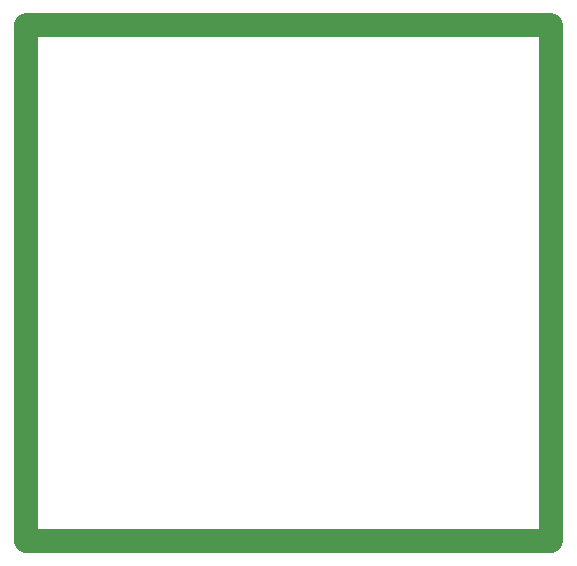
<source format=gko>
G75*
%MOIN*%
%OFA0B0*%
%FSLAX25Y25*%
%IPPOS*%
%LPD*%
%AMOC8*
5,1,8,0,0,1.08239X$1,22.5*
%
%ADD10C,0.07874*%
D10*
X0004937Y0004937D02*
X0180213Y0004937D01*
X0180213Y0176787D01*
X0004937Y0176787D01*
X0004937Y0004937D01*
M02*

</source>
